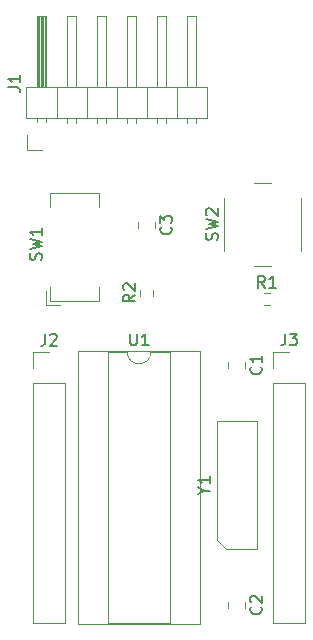
<source format=gbr>
%TF.GenerationSoftware,KiCad,Pcbnew,7.0.8*%
%TF.CreationDate,2024-01-22T17:09:08+00:00*%
%TF.ProjectId,picDevBoard,70696344-6576-4426-9f61-72642e6b6963,rev?*%
%TF.SameCoordinates,Original*%
%TF.FileFunction,Legend,Top*%
%TF.FilePolarity,Positive*%
%FSLAX46Y46*%
G04 Gerber Fmt 4.6, Leading zero omitted, Abs format (unit mm)*
G04 Created by KiCad (PCBNEW 7.0.8) date 2024-01-22 17:09:08*
%MOMM*%
%LPD*%
G01*
G04 APERTURE LIST*
%ADD10C,0.150000*%
%ADD11C,0.120000*%
G04 APERTURE END LIST*
D10*
X35219819Y-72556666D02*
X34743628Y-72889999D01*
X35219819Y-73128094D02*
X34219819Y-73128094D01*
X34219819Y-73128094D02*
X34219819Y-72747142D01*
X34219819Y-72747142D02*
X34267438Y-72651904D01*
X34267438Y-72651904D02*
X34315057Y-72604285D01*
X34315057Y-72604285D02*
X34410295Y-72556666D01*
X34410295Y-72556666D02*
X34553152Y-72556666D01*
X34553152Y-72556666D02*
X34648390Y-72604285D01*
X34648390Y-72604285D02*
X34696009Y-72651904D01*
X34696009Y-72651904D02*
X34743628Y-72747142D01*
X34743628Y-72747142D02*
X34743628Y-73128094D01*
X34315057Y-72175713D02*
X34267438Y-72128094D01*
X34267438Y-72128094D02*
X34219819Y-72032856D01*
X34219819Y-72032856D02*
X34219819Y-71794761D01*
X34219819Y-71794761D02*
X34267438Y-71699523D01*
X34267438Y-71699523D02*
X34315057Y-71651904D01*
X34315057Y-71651904D02*
X34410295Y-71604285D01*
X34410295Y-71604285D02*
X34505533Y-71604285D01*
X34505533Y-71604285D02*
X34648390Y-71651904D01*
X34648390Y-71651904D02*
X35219819Y-72223332D01*
X35219819Y-72223332D02*
X35219819Y-71604285D01*
X38234580Y-66841666D02*
X38282200Y-66889285D01*
X38282200Y-66889285D02*
X38329819Y-67032142D01*
X38329819Y-67032142D02*
X38329819Y-67127380D01*
X38329819Y-67127380D02*
X38282200Y-67270237D01*
X38282200Y-67270237D02*
X38186961Y-67365475D01*
X38186961Y-67365475D02*
X38091723Y-67413094D01*
X38091723Y-67413094D02*
X37901247Y-67460713D01*
X37901247Y-67460713D02*
X37758390Y-67460713D01*
X37758390Y-67460713D02*
X37567914Y-67413094D01*
X37567914Y-67413094D02*
X37472676Y-67365475D01*
X37472676Y-67365475D02*
X37377438Y-67270237D01*
X37377438Y-67270237D02*
X37329819Y-67127380D01*
X37329819Y-67127380D02*
X37329819Y-67032142D01*
X37329819Y-67032142D02*
X37377438Y-66889285D01*
X37377438Y-66889285D02*
X37425057Y-66841666D01*
X37329819Y-66508332D02*
X37329819Y-65889285D01*
X37329819Y-65889285D02*
X37710771Y-66222618D01*
X37710771Y-66222618D02*
X37710771Y-66079761D01*
X37710771Y-66079761D02*
X37758390Y-65984523D01*
X37758390Y-65984523D02*
X37806009Y-65936904D01*
X37806009Y-65936904D02*
X37901247Y-65889285D01*
X37901247Y-65889285D02*
X38139342Y-65889285D01*
X38139342Y-65889285D02*
X38234580Y-65936904D01*
X38234580Y-65936904D02*
X38282200Y-65984523D01*
X38282200Y-65984523D02*
X38329819Y-66079761D01*
X38329819Y-66079761D02*
X38329819Y-66365475D01*
X38329819Y-66365475D02*
X38282200Y-66460713D01*
X38282200Y-66460713D02*
X38234580Y-66508332D01*
X45854580Y-98994166D02*
X45902200Y-99041785D01*
X45902200Y-99041785D02*
X45949819Y-99184642D01*
X45949819Y-99184642D02*
X45949819Y-99279880D01*
X45949819Y-99279880D02*
X45902200Y-99422737D01*
X45902200Y-99422737D02*
X45806961Y-99517975D01*
X45806961Y-99517975D02*
X45711723Y-99565594D01*
X45711723Y-99565594D02*
X45521247Y-99613213D01*
X45521247Y-99613213D02*
X45378390Y-99613213D01*
X45378390Y-99613213D02*
X45187914Y-99565594D01*
X45187914Y-99565594D02*
X45092676Y-99517975D01*
X45092676Y-99517975D02*
X44997438Y-99422737D01*
X44997438Y-99422737D02*
X44949819Y-99279880D01*
X44949819Y-99279880D02*
X44949819Y-99184642D01*
X44949819Y-99184642D02*
X44997438Y-99041785D01*
X44997438Y-99041785D02*
X45045057Y-98994166D01*
X45045057Y-98613213D02*
X44997438Y-98565594D01*
X44997438Y-98565594D02*
X44949819Y-98470356D01*
X44949819Y-98470356D02*
X44949819Y-98232261D01*
X44949819Y-98232261D02*
X44997438Y-98137023D01*
X44997438Y-98137023D02*
X45045057Y-98089404D01*
X45045057Y-98089404D02*
X45140295Y-98041785D01*
X45140295Y-98041785D02*
X45235533Y-98041785D01*
X45235533Y-98041785D02*
X45378390Y-98089404D01*
X45378390Y-98089404D02*
X45949819Y-98660832D01*
X45949819Y-98660832D02*
X45949819Y-98041785D01*
X45854580Y-78674166D02*
X45902200Y-78721785D01*
X45902200Y-78721785D02*
X45949819Y-78864642D01*
X45949819Y-78864642D02*
X45949819Y-78959880D01*
X45949819Y-78959880D02*
X45902200Y-79102737D01*
X45902200Y-79102737D02*
X45806961Y-79197975D01*
X45806961Y-79197975D02*
X45711723Y-79245594D01*
X45711723Y-79245594D02*
X45521247Y-79293213D01*
X45521247Y-79293213D02*
X45378390Y-79293213D01*
X45378390Y-79293213D02*
X45187914Y-79245594D01*
X45187914Y-79245594D02*
X45092676Y-79197975D01*
X45092676Y-79197975D02*
X44997438Y-79102737D01*
X44997438Y-79102737D02*
X44949819Y-78959880D01*
X44949819Y-78959880D02*
X44949819Y-78864642D01*
X44949819Y-78864642D02*
X44997438Y-78721785D01*
X44997438Y-78721785D02*
X45045057Y-78674166D01*
X45949819Y-77721785D02*
X45949819Y-78293213D01*
X45949819Y-78007499D02*
X44949819Y-78007499D01*
X44949819Y-78007499D02*
X45092676Y-78102737D01*
X45092676Y-78102737D02*
X45187914Y-78197975D01*
X45187914Y-78197975D02*
X45235533Y-78293213D01*
X41093628Y-89143690D02*
X41569819Y-89143690D01*
X40569819Y-89477023D02*
X41093628Y-89143690D01*
X41093628Y-89143690D02*
X40569819Y-88810357D01*
X41569819Y-87953214D02*
X41569819Y-88524642D01*
X41569819Y-88238928D02*
X40569819Y-88238928D01*
X40569819Y-88238928D02*
X40712676Y-88334166D01*
X40712676Y-88334166D02*
X40807914Y-88429404D01*
X40807914Y-88429404D02*
X40855533Y-88524642D01*
X34798095Y-75864819D02*
X34798095Y-76674342D01*
X34798095Y-76674342D02*
X34845714Y-76769580D01*
X34845714Y-76769580D02*
X34893333Y-76817200D01*
X34893333Y-76817200D02*
X34988571Y-76864819D01*
X34988571Y-76864819D02*
X35179047Y-76864819D01*
X35179047Y-76864819D02*
X35274285Y-76817200D01*
X35274285Y-76817200D02*
X35321904Y-76769580D01*
X35321904Y-76769580D02*
X35369523Y-76674342D01*
X35369523Y-76674342D02*
X35369523Y-75864819D01*
X36369523Y-76864819D02*
X35798095Y-76864819D01*
X36083809Y-76864819D02*
X36083809Y-75864819D01*
X36083809Y-75864819D02*
X35988571Y-76007676D01*
X35988571Y-76007676D02*
X35893333Y-76102914D01*
X35893333Y-76102914D02*
X35798095Y-76150533D01*
X42167200Y-67933332D02*
X42214819Y-67790475D01*
X42214819Y-67790475D02*
X42214819Y-67552380D01*
X42214819Y-67552380D02*
X42167200Y-67457142D01*
X42167200Y-67457142D02*
X42119580Y-67409523D01*
X42119580Y-67409523D02*
X42024342Y-67361904D01*
X42024342Y-67361904D02*
X41929104Y-67361904D01*
X41929104Y-67361904D02*
X41833866Y-67409523D01*
X41833866Y-67409523D02*
X41786247Y-67457142D01*
X41786247Y-67457142D02*
X41738628Y-67552380D01*
X41738628Y-67552380D02*
X41691009Y-67742856D01*
X41691009Y-67742856D02*
X41643390Y-67838094D01*
X41643390Y-67838094D02*
X41595771Y-67885713D01*
X41595771Y-67885713D02*
X41500533Y-67933332D01*
X41500533Y-67933332D02*
X41405295Y-67933332D01*
X41405295Y-67933332D02*
X41310057Y-67885713D01*
X41310057Y-67885713D02*
X41262438Y-67838094D01*
X41262438Y-67838094D02*
X41214819Y-67742856D01*
X41214819Y-67742856D02*
X41214819Y-67504761D01*
X41214819Y-67504761D02*
X41262438Y-67361904D01*
X41214819Y-67028570D02*
X42214819Y-66790475D01*
X42214819Y-66790475D02*
X41500533Y-66599999D01*
X41500533Y-66599999D02*
X42214819Y-66409523D01*
X42214819Y-66409523D02*
X41214819Y-66171428D01*
X41310057Y-65838094D02*
X41262438Y-65790475D01*
X41262438Y-65790475D02*
X41214819Y-65695237D01*
X41214819Y-65695237D02*
X41214819Y-65457142D01*
X41214819Y-65457142D02*
X41262438Y-65361904D01*
X41262438Y-65361904D02*
X41310057Y-65314285D01*
X41310057Y-65314285D02*
X41405295Y-65266666D01*
X41405295Y-65266666D02*
X41500533Y-65266666D01*
X41500533Y-65266666D02*
X41643390Y-65314285D01*
X41643390Y-65314285D02*
X42214819Y-65885713D01*
X42214819Y-65885713D02*
X42214819Y-65266666D01*
X27257200Y-69623332D02*
X27304819Y-69480475D01*
X27304819Y-69480475D02*
X27304819Y-69242380D01*
X27304819Y-69242380D02*
X27257200Y-69147142D01*
X27257200Y-69147142D02*
X27209580Y-69099523D01*
X27209580Y-69099523D02*
X27114342Y-69051904D01*
X27114342Y-69051904D02*
X27019104Y-69051904D01*
X27019104Y-69051904D02*
X26923866Y-69099523D01*
X26923866Y-69099523D02*
X26876247Y-69147142D01*
X26876247Y-69147142D02*
X26828628Y-69242380D01*
X26828628Y-69242380D02*
X26781009Y-69432856D01*
X26781009Y-69432856D02*
X26733390Y-69528094D01*
X26733390Y-69528094D02*
X26685771Y-69575713D01*
X26685771Y-69575713D02*
X26590533Y-69623332D01*
X26590533Y-69623332D02*
X26495295Y-69623332D01*
X26495295Y-69623332D02*
X26400057Y-69575713D01*
X26400057Y-69575713D02*
X26352438Y-69528094D01*
X26352438Y-69528094D02*
X26304819Y-69432856D01*
X26304819Y-69432856D02*
X26304819Y-69194761D01*
X26304819Y-69194761D02*
X26352438Y-69051904D01*
X26304819Y-68718570D02*
X27304819Y-68480475D01*
X27304819Y-68480475D02*
X26590533Y-68289999D01*
X26590533Y-68289999D02*
X27304819Y-68099523D01*
X27304819Y-68099523D02*
X26304819Y-67861428D01*
X27304819Y-66956666D02*
X27304819Y-67528094D01*
X27304819Y-67242380D02*
X26304819Y-67242380D01*
X26304819Y-67242380D02*
X26447676Y-67337618D01*
X26447676Y-67337618D02*
X26542914Y-67432856D01*
X26542914Y-67432856D02*
X26590533Y-67528094D01*
X46188333Y-71974819D02*
X45855000Y-71498628D01*
X45616905Y-71974819D02*
X45616905Y-70974819D01*
X45616905Y-70974819D02*
X45997857Y-70974819D01*
X45997857Y-70974819D02*
X46093095Y-71022438D01*
X46093095Y-71022438D02*
X46140714Y-71070057D01*
X46140714Y-71070057D02*
X46188333Y-71165295D01*
X46188333Y-71165295D02*
X46188333Y-71308152D01*
X46188333Y-71308152D02*
X46140714Y-71403390D01*
X46140714Y-71403390D02*
X46093095Y-71451009D01*
X46093095Y-71451009D02*
X45997857Y-71498628D01*
X45997857Y-71498628D02*
X45616905Y-71498628D01*
X47140714Y-71974819D02*
X46569286Y-71974819D01*
X46855000Y-71974819D02*
X46855000Y-70974819D01*
X46855000Y-70974819D02*
X46759762Y-71117676D01*
X46759762Y-71117676D02*
X46664524Y-71212914D01*
X46664524Y-71212914D02*
X46569286Y-71260533D01*
X47926666Y-75864819D02*
X47926666Y-76579104D01*
X47926666Y-76579104D02*
X47879047Y-76721961D01*
X47879047Y-76721961D02*
X47783809Y-76817200D01*
X47783809Y-76817200D02*
X47640952Y-76864819D01*
X47640952Y-76864819D02*
X47545714Y-76864819D01*
X48307619Y-75864819D02*
X48926666Y-75864819D01*
X48926666Y-75864819D02*
X48593333Y-76245771D01*
X48593333Y-76245771D02*
X48736190Y-76245771D01*
X48736190Y-76245771D02*
X48831428Y-76293390D01*
X48831428Y-76293390D02*
X48879047Y-76341009D01*
X48879047Y-76341009D02*
X48926666Y-76436247D01*
X48926666Y-76436247D02*
X48926666Y-76674342D01*
X48926666Y-76674342D02*
X48879047Y-76769580D01*
X48879047Y-76769580D02*
X48831428Y-76817200D01*
X48831428Y-76817200D02*
X48736190Y-76864819D01*
X48736190Y-76864819D02*
X48450476Y-76864819D01*
X48450476Y-76864819D02*
X48355238Y-76817200D01*
X48355238Y-76817200D02*
X48307619Y-76769580D01*
X27606666Y-75874819D02*
X27606666Y-76589104D01*
X27606666Y-76589104D02*
X27559047Y-76731961D01*
X27559047Y-76731961D02*
X27463809Y-76827200D01*
X27463809Y-76827200D02*
X27320952Y-76874819D01*
X27320952Y-76874819D02*
X27225714Y-76874819D01*
X28035238Y-75970057D02*
X28082857Y-75922438D01*
X28082857Y-75922438D02*
X28178095Y-75874819D01*
X28178095Y-75874819D02*
X28416190Y-75874819D01*
X28416190Y-75874819D02*
X28511428Y-75922438D01*
X28511428Y-75922438D02*
X28559047Y-75970057D01*
X28559047Y-75970057D02*
X28606666Y-76065295D01*
X28606666Y-76065295D02*
X28606666Y-76160533D01*
X28606666Y-76160533D02*
X28559047Y-76303390D01*
X28559047Y-76303390D02*
X27987619Y-76874819D01*
X27987619Y-76874819D02*
X28606666Y-76874819D01*
X24489819Y-55003333D02*
X25204104Y-55003333D01*
X25204104Y-55003333D02*
X25346961Y-55050952D01*
X25346961Y-55050952D02*
X25442200Y-55146190D01*
X25442200Y-55146190D02*
X25489819Y-55289047D01*
X25489819Y-55289047D02*
X25489819Y-55384285D01*
X25489819Y-54003333D02*
X25489819Y-54574761D01*
X25489819Y-54289047D02*
X24489819Y-54289047D01*
X24489819Y-54289047D02*
X24632676Y-54384285D01*
X24632676Y-54384285D02*
X24727914Y-54479523D01*
X24727914Y-54479523D02*
X24775533Y-54574761D01*
D11*
%TO.C,R2*%
X35672500Y-72644724D02*
X35672500Y-72135276D01*
X36717500Y-72644724D02*
X36717500Y-72135276D01*
%TO.C,C3*%
X36930000Y-66413748D02*
X36930000Y-66936252D01*
X35460000Y-66413748D02*
X35460000Y-66936252D01*
%TO.C,C2*%
X44550000Y-98566248D02*
X44550000Y-99088752D01*
X43080000Y-98566248D02*
X43080000Y-99088752D01*
%TO.C,C1*%
X44550000Y-78246248D02*
X44550000Y-78768752D01*
X43080000Y-78246248D02*
X43080000Y-78768752D01*
%TO.C,Y1*%
X42115000Y-83217500D02*
X45515000Y-83217500D01*
X42115000Y-93317500D02*
X42115000Y-83217500D01*
X42915000Y-94117500D02*
X42115000Y-93317500D01*
X45515000Y-83217500D02*
X45515000Y-94117500D01*
X45515000Y-94117500D02*
X42915000Y-94117500D01*
%TO.C,U1*%
X32910000Y-77410000D02*
X32910000Y-100390000D01*
X38210000Y-100390000D02*
X38210000Y-77410000D01*
X30420000Y-100450000D02*
X40700000Y-100450000D01*
X40700000Y-100450000D02*
X40700000Y-77350000D01*
X40700000Y-77350000D02*
X30420000Y-77350000D01*
X30420000Y-77350000D02*
X30420000Y-100450000D01*
X38210000Y-77410000D02*
X36560000Y-77410000D01*
X34560000Y-77410000D02*
X32910000Y-77410000D01*
X32910000Y-100390000D02*
X38210000Y-100390000D01*
X34560000Y-77410000D02*
G75*
G03*
X36560000Y-77410000I1000000J0D01*
G01*
%TO.C,SW2*%
X49260000Y-68850000D02*
X49260000Y-64350000D01*
X45260000Y-70100000D02*
X46760000Y-70100000D01*
X42760000Y-64350000D02*
X42760000Y-68850000D01*
X46760000Y-63100000D02*
X45260000Y-63100000D01*
%TO.C,SW1*%
X28000000Y-63940000D02*
X32200000Y-63940000D01*
X32200000Y-73140000D02*
X32200000Y-71940000D01*
X32200000Y-63940000D02*
X32200000Y-65140000D01*
X28000000Y-71940000D02*
X28000000Y-73140000D01*
X27700000Y-73440000D02*
X28900000Y-73440000D01*
X28000000Y-73140000D02*
X32200000Y-73140000D01*
X27700000Y-72240000D02*
X27700000Y-73440000D01*
X28000000Y-65140000D02*
X28000000Y-63940000D01*
%TO.C,R1*%
X46100276Y-72427500D02*
X46609724Y-72427500D01*
X46100276Y-73472500D02*
X46609724Y-73472500D01*
%TO.C,J3*%
X46930000Y-77410000D02*
X48260000Y-77410000D01*
X46930000Y-100390000D02*
X49590000Y-100390000D01*
X46930000Y-80010000D02*
X49590000Y-80010000D01*
X49590000Y-80010000D02*
X49590000Y-100390000D01*
X46930000Y-80010000D02*
X46930000Y-100390000D01*
X46930000Y-78740000D02*
X46930000Y-77410000D01*
%TO.C,J2*%
X26610000Y-78750000D02*
X26610000Y-77420000D01*
X26610000Y-80020000D02*
X26610000Y-100400000D01*
X29270000Y-80020000D02*
X29270000Y-100400000D01*
X26610000Y-80020000D02*
X29270000Y-80020000D01*
X26610000Y-100400000D02*
X29270000Y-100400000D01*
X26610000Y-77420000D02*
X27940000Y-77420000D01*
%TO.C,J1*%
X30225000Y-58012071D02*
X30225000Y-57615000D01*
X34545000Y-54955000D02*
X34545000Y-48955000D01*
X32765000Y-48955000D02*
X32765000Y-54955000D01*
X25975000Y-57615000D02*
X41335000Y-57615000D01*
X26925000Y-57945000D02*
X26925000Y-57615000D01*
X26925000Y-48955000D02*
X27685000Y-48955000D01*
X32765000Y-58012071D02*
X32765000Y-57615000D01*
X27345000Y-54955000D02*
X27345000Y-48955000D01*
X27685000Y-57945000D02*
X27685000Y-57615000D01*
X34545000Y-48955000D02*
X35305000Y-48955000D01*
X39625000Y-58012071D02*
X39625000Y-57615000D01*
X35305000Y-58012071D02*
X35305000Y-57615000D01*
X37085000Y-58012071D02*
X37085000Y-57615000D01*
X27105000Y-54955000D02*
X27105000Y-48955000D01*
X27685000Y-48955000D02*
X27685000Y-54955000D01*
X30225000Y-48955000D02*
X30225000Y-54955000D01*
X29465000Y-48955000D02*
X30225000Y-48955000D01*
X26035000Y-60325000D02*
X26035000Y-59055000D01*
X35305000Y-48955000D02*
X35305000Y-54955000D01*
X28575000Y-57615000D02*
X28575000Y-54955000D01*
X41335000Y-57615000D02*
X41335000Y-54955000D01*
X27225000Y-54955000D02*
X27225000Y-48955000D01*
X32005000Y-54955000D02*
X32005000Y-48955000D01*
X38735000Y-57615000D02*
X38735000Y-54955000D01*
X31115000Y-57615000D02*
X31115000Y-54955000D01*
X26985000Y-54955000D02*
X26985000Y-48955000D01*
X32005000Y-58012071D02*
X32005000Y-57615000D01*
X39625000Y-48955000D02*
X40385000Y-48955000D01*
X25975000Y-54955000D02*
X25975000Y-57615000D01*
X33655000Y-57615000D02*
X33655000Y-54955000D01*
X37845000Y-48955000D02*
X37845000Y-54955000D01*
X26925000Y-54955000D02*
X26925000Y-48955000D01*
X27305000Y-60325000D02*
X26035000Y-60325000D01*
X27465000Y-54955000D02*
X27465000Y-48955000D01*
X37085000Y-48955000D02*
X37845000Y-48955000D01*
X36195000Y-57615000D02*
X36195000Y-54955000D01*
X34545000Y-58012071D02*
X34545000Y-57615000D01*
X41335000Y-54955000D02*
X25975000Y-54955000D01*
X27585000Y-54955000D02*
X27585000Y-48955000D01*
X39625000Y-54955000D02*
X39625000Y-48955000D01*
X29465000Y-54955000D02*
X29465000Y-48955000D01*
X40385000Y-48955000D02*
X40385000Y-54955000D01*
X40385000Y-58012071D02*
X40385000Y-57615000D01*
X29465000Y-58012071D02*
X29465000Y-57615000D01*
X37085000Y-54955000D02*
X37085000Y-48955000D01*
X37845000Y-58012071D02*
X37845000Y-57615000D01*
X32005000Y-48955000D02*
X32765000Y-48955000D01*
%TD*%
M02*

</source>
